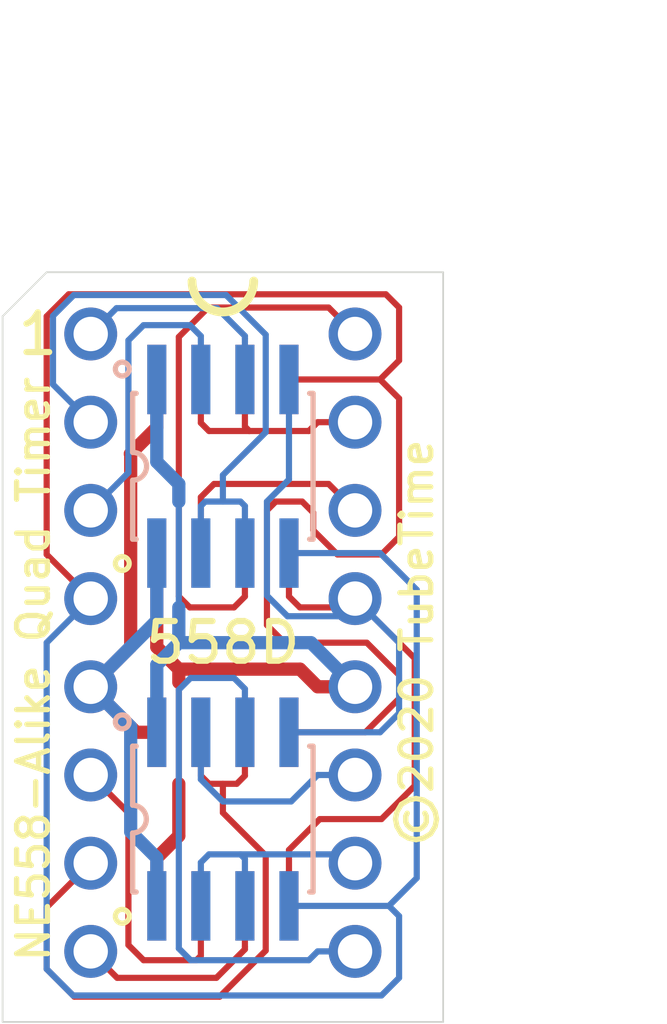
<source format=kicad_pcb>
(kicad_pcb (version 20171130) (host pcbnew "(5.1.0)-1")

  (general
    (thickness 1.6)
    (drawings 12)
    (tracks 189)
    (zones 0)
    (modules 20)
    (nets 17)
  )

  (page A4)
  (layers
    (0 F.Cu signal)
    (31 B.Cu signal)
    (32 B.Adhes user)
    (33 F.Adhes user)
    (34 B.Paste user)
    (35 F.Paste user)
    (36 B.SilkS user)
    (37 F.SilkS user)
    (38 B.Mask user)
    (39 F.Mask user)
    (40 Dwgs.User user)
    (41 Cmts.User user)
    (42 Eco1.User user)
    (43 Eco2.User user)
    (44 Edge.Cuts user)
    (45 Margin user)
    (46 B.CrtYd user hide)
    (47 F.CrtYd user hide)
    (48 B.Fab user hide)
    (49 F.Fab user hide)
  )

  (setup
    (last_trace_width 0.1778)
    (user_trace_width 0.381)
    (trace_clearance 0.2)
    (zone_clearance 0.508)
    (zone_45_only no)
    (trace_min 0.1778)
    (via_size 0.8)
    (via_drill 0.4)
    (via_min_size 0.4)
    (via_min_drill 0.3)
    (uvia_size 0.3)
    (uvia_drill 0.1)
    (uvias_allowed no)
    (uvia_min_size 0.2)
    (uvia_min_drill 0.1)
    (edge_width 0.05)
    (segment_width 0.2)
    (pcb_text_width 0.3)
    (pcb_text_size 1.5 1.5)
    (mod_edge_width 0.12)
    (mod_text_size 1 1)
    (mod_text_width 0.15)
    (pad_size 1.524 1.524)
    (pad_drill 0.762)
    (pad_to_mask_clearance 0.051)
    (solder_mask_min_width 0.1016)
    (aux_axis_origin 0 0)
    (visible_elements FFFFFF7F)
    (pcbplotparams
      (layerselection 0x010fc_ffffffff)
      (usegerberextensions false)
      (usegerberattributes false)
      (usegerberadvancedattributes false)
      (creategerberjobfile false)
      (excludeedgelayer true)
      (linewidth 0.100000)
      (plotframeref false)
      (viasonmask false)
      (mode 1)
      (useauxorigin false)
      (hpglpennumber 1)
      (hpglpenspeed 20)
      (hpglpendiameter 15.000000)
      (psnegative false)
      (psa4output false)
      (plotreference true)
      (plotvalue true)
      (plotinvisibletext false)
      (padsonsilk false)
      (subtractmaskfromsilk false)
      (outputformat 1)
      (mirror false)
      (drillshape 1)
      (scaleselection 1)
      (outputdirectory ""))
  )

  (net 0 "")
  (net 1 "Net-(J1-Pad1)")
  (net 2 "Net-(J2-Pad1)")
  (net 3 "Net-(J3-Pad1)")
  (net 4 "Net-(J4-Pad1)")
  (net 5 VCC)
  (net 6 "Net-(J6-Pad1)")
  (net 7 "Net-(J7-Pad1)")
  (net 8 "Net-(J8-Pad1)")
  (net 9 "Net-(J9-Pad1)")
  (net 10 "Net-(J10-Pad1)")
  (net 11 "Net-(J11-Pad1)")
  (net 12 GND)
  (net 13 "Net-(J13-Pad1)")
  (net 14 "Net-(J14-Pad1)")
  (net 15 "Net-(J15-Pad1)")
  (net 16 "Net-(J16-Pad1)")

  (net_class Default "This is the default net class."
    (clearance 0.2)
    (trace_width 0.1778)
    (via_dia 0.8)
    (via_drill 0.4)
    (uvia_dia 0.3)
    (uvia_drill 0.1)
    (add_net GND)
    (add_net "Net-(J1-Pad1)")
    (add_net "Net-(J10-Pad1)")
    (add_net "Net-(J11-Pad1)")
    (add_net "Net-(J13-Pad1)")
    (add_net "Net-(J14-Pad1)")
    (add_net "Net-(J15-Pad1)")
    (add_net "Net-(J16-Pad1)")
    (add_net "Net-(J2-Pad1)")
    (add_net "Net-(J3-Pad1)")
    (add_net "Net-(J4-Pad1)")
    (add_net "Net-(J6-Pad1)")
    (add_net "Net-(J7-Pad1)")
    (add_net "Net-(J8-Pad1)")
    (add_net "Net-(J9-Pad1)")
    (add_net VCC)
  )

  (module Active:SOP127P620X175-8 (layer F.Cu) (tedit 5FC2DAA4) (tstamp 5FC6669F)
    (at 143.51 67.31 90)
    (descr "8-Lead Plastic Small Outline (SN) - Narrow, 3.90 mm Body [SOIC] (see Microchip Packaging Specification 00000049BS.pdf)")
    (tags "SOIC 1.27")
    (path /5FC78526)
    (attr smd)
    (fp_text reference U4 (at 0 -3.5 90) (layer F.SilkS) hide
      (effects (font (size 1 1) (thickness 0.15)))
    )
    (fp_text value LM555 (at 0 3.5 90) (layer F.Fab)
      (effects (font (size 1 1) (thickness 0.15)))
    )
    (fp_line (start -2.1 2.6) (end 2.1 2.6) (layer F.SilkS) (width 0.15))
    (fp_line (start 0.4 -2.6) (end 2.1 -2.6) (layer F.SilkS) (width 0.15))
    (fp_line (start -2.1 2.6) (end -2.1 2.5) (layer F.SilkS) (width 0.15))
    (fp_line (start 2.1 2.6) (end 2.1 2.5) (layer F.SilkS) (width 0.15))
    (fp_line (start 2.1 -2.6) (end 2.1 -2.5) (layer F.SilkS) (width 0.15))
    (fp_line (start -2.1 -2.6) (end -2.1 -2.5) (layer F.SilkS) (width 0.15))
    (fp_line (start -3.73 2.7) (end 3.73 2.7) (layer F.CrtYd) (width 0.05))
    (fp_line (start -3.73 -2.7) (end 3.73 -2.7) (layer F.CrtYd) (width 0.05))
    (fp_line (start 3.73 -2.7) (end 3.73 2.7) (layer F.CrtYd) (width 0.05))
    (fp_line (start -3.73 -2.7) (end -3.73 2.7) (layer F.CrtYd) (width 0.05))
    (fp_line (start -1.95 -1.45) (end -0.95 -2.45) (layer F.Fab) (width 0.1))
    (fp_line (start -1.95 2.45) (end -1.95 -1.45) (layer F.Fab) (width 0.1))
    (fp_line (start 1.95 2.45) (end -1.95 2.45) (layer F.Fab) (width 0.1))
    (fp_line (start 1.95 -2.45) (end 1.95 2.45) (layer F.Fab) (width 0.1))
    (fp_line (start -0.95 -2.45) (end 1.95 -2.45) (layer F.Fab) (width 0.1))
    (fp_text user %R (at 0 0 90) (layer F.Fab)
      (effects (font (size 1 1) (thickness 0.15)))
    )
    (fp_arc (start 0 -2.6) (end 0.4 -2.6) (angle 180) (layer F.SilkS) (width 0.15))
    (fp_line (start -0.4 -2.6) (end -2.1 -2.6) (layer F.SilkS) (width 0.15))
    (fp_circle (center -2.8 -2.9) (end -2.8 -2.7) (layer F.SilkS) (width 0.15))
    (pad 8 smd rect (at 2.5 -1.905 90) (size 2 0.55) (layers F.Cu F.Paste F.Mask)
      (net 5 VCC))
    (pad 7 smd rect (at 2.5 -0.635 90) (size 2 0.55) (layers F.Cu F.Paste F.Mask)
      (net 15 "Net-(J15-Pad1)"))
    (pad 6 smd rect (at 2.5 0.635 90) (size 2 0.55) (layers F.Cu F.Paste F.Mask)
      (net 15 "Net-(J15-Pad1)"))
    (pad 5 smd rect (at 2.5 1.905 90) (size 2 0.55) (layers F.Cu F.Paste F.Mask)
      (net 4 "Net-(J4-Pad1)"))
    (pad 4 smd rect (at -2.5 1.905 90) (size 2 0.55) (layers F.Cu F.Paste F.Mask)
      (net 13 "Net-(J13-Pad1)"))
    (pad 3 smd rect (at -2.5 0.635 90) (size 2 0.55) (layers F.Cu F.Paste F.Mask)
      (net 16 "Net-(J16-Pad1)"))
    (pad 2 smd rect (at -2.5 -0.635 90) (size 2 0.55) (layers F.Cu F.Paste F.Mask)
      (net 14 "Net-(J14-Pad1)"))
    (pad 1 smd rect (at -2.5 -1.905 90) (size 2 0.55) (layers F.Cu F.Paste F.Mask)
      (net 12 GND))
    (model Housings_SOIC.3dshapes/SOIC-8_3.9x4.9mm_Pitch1.27mm.wrl
      (at (xyz 0 0 0))
      (scale (xyz 1 1 1))
      (rotate (xyz 0 0 0))
    )
    (model ${KISYS3DMOD}/Package_SO.3dshapes/SOIC-8_3.9x4.9mm_P1.27mm.step
      (at (xyz 0 0 0))
      (scale (xyz 1 1 1))
      (rotate (xyz 0 0 0))
    )
  )

  (module Active:SOP127P620X175-8 (layer B.Cu) (tedit 5FC2DAA4) (tstamp 5FC67622)
    (at 143.51 77.47 270)
    (descr "8-Lead Plastic Small Outline (SN) - Narrow, 3.90 mm Body [SOIC] (see Microchip Packaging Specification 00000049BS.pdf)")
    (tags "SOIC 1.27")
    (path /5FC77949)
    (attr smd)
    (fp_text reference U3 (at 0 3.5 270) (layer B.SilkS) hide
      (effects (font (size 1 1) (thickness 0.15)) (justify mirror))
    )
    (fp_text value LM555 (at 0 -3.5 270) (layer B.Fab)
      (effects (font (size 1 1) (thickness 0.15)) (justify mirror))
    )
    (fp_line (start -2.1 -2.6) (end 2.1 -2.6) (layer B.SilkS) (width 0.15))
    (fp_line (start 0.4 2.6) (end 2.1 2.6) (layer B.SilkS) (width 0.15))
    (fp_line (start -2.1 -2.6) (end -2.1 -2.5) (layer B.SilkS) (width 0.15))
    (fp_line (start 2.1 -2.6) (end 2.1 -2.5) (layer B.SilkS) (width 0.15))
    (fp_line (start 2.1 2.6) (end 2.1 2.5) (layer B.SilkS) (width 0.15))
    (fp_line (start -2.1 2.6) (end -2.1 2.5) (layer B.SilkS) (width 0.15))
    (fp_line (start -3.73 -2.7) (end 3.73 -2.7) (layer B.CrtYd) (width 0.05))
    (fp_line (start -3.73 2.7) (end 3.73 2.7) (layer B.CrtYd) (width 0.05))
    (fp_line (start 3.73 2.7) (end 3.73 -2.7) (layer B.CrtYd) (width 0.05))
    (fp_line (start -3.73 2.7) (end -3.73 -2.7) (layer B.CrtYd) (width 0.05))
    (fp_line (start -1.95 1.45) (end -0.95 2.45) (layer B.Fab) (width 0.1))
    (fp_line (start -1.95 -2.45) (end -1.95 1.45) (layer B.Fab) (width 0.1))
    (fp_line (start 1.95 -2.45) (end -1.95 -2.45) (layer B.Fab) (width 0.1))
    (fp_line (start 1.95 2.45) (end 1.95 -2.45) (layer B.Fab) (width 0.1))
    (fp_line (start -0.95 2.45) (end 1.95 2.45) (layer B.Fab) (width 0.1))
    (fp_text user %R (at 0 0 270) (layer B.Fab)
      (effects (font (size 1 1) (thickness 0.15)) (justify mirror))
    )
    (fp_arc (start 0 2.6) (end 0.4 2.6) (angle -180) (layer B.SilkS) (width 0.15))
    (fp_line (start -0.4 2.6) (end -2.1 2.6) (layer B.SilkS) (width 0.15))
    (fp_circle (center -2.8 2.9) (end -2.8 2.7) (layer B.SilkS) (width 0.15))
    (pad 8 smd rect (at 2.5 1.905 270) (size 2 0.55) (layers B.Cu B.Paste B.Mask)
      (net 5 VCC))
    (pad 7 smd rect (at 2.5 0.635 270) (size 2 0.55) (layers B.Cu B.Paste B.Mask)
      (net 10 "Net-(J10-Pad1)"))
    (pad 6 smd rect (at 2.5 -0.635 270) (size 2 0.55) (layers B.Cu B.Paste B.Mask)
      (net 10 "Net-(J10-Pad1)"))
    (pad 5 smd rect (at 2.5 -1.905 270) (size 2 0.55) (layers B.Cu B.Paste B.Mask)
      (net 4 "Net-(J4-Pad1)"))
    (pad 4 smd rect (at -2.5 -1.905 270) (size 2 0.55) (layers B.Cu B.Paste B.Mask)
      (net 13 "Net-(J13-Pad1)"))
    (pad 3 smd rect (at -2.5 -0.635 270) (size 2 0.55) (layers B.Cu B.Paste B.Mask)
      (net 9 "Net-(J9-Pad1)"))
    (pad 2 smd rect (at -2.5 0.635 270) (size 2 0.55) (layers B.Cu B.Paste B.Mask)
      (net 11 "Net-(J11-Pad1)"))
    (pad 1 smd rect (at -2.5 1.905 270) (size 2 0.55) (layers B.Cu B.Paste B.Mask)
      (net 12 GND))
    (model Housings_SOIC.3dshapes/SOIC-8_3.9x4.9mm_Pitch1.27mm.wrl
      (at (xyz 0 0 0))
      (scale (xyz 1 1 1))
      (rotate (xyz 0 0 0))
    )
    (model ${KISYS3DMOD}/Package_SO.3dshapes/SOIC-8_3.9x4.9mm_P1.27mm.step
      (at (xyz 0 0 0))
      (scale (xyz 1 1 1))
      (rotate (xyz 0 0 0))
    )
  )

  (module Active:SOP127P620X175-8 (layer F.Cu) (tedit 5FC2DAA4) (tstamp 5FC6754F)
    (at 143.51 77.47 90)
    (descr "8-Lead Plastic Small Outline (SN) - Narrow, 3.90 mm Body [SOIC] (see Microchip Packaging Specification 00000049BS.pdf)")
    (tags "SOIC 1.27")
    (path /5FC76E60)
    (attr smd)
    (fp_text reference U2 (at 0 -3.5 90) (layer F.SilkS) hide
      (effects (font (size 1 1) (thickness 0.15)))
    )
    (fp_text value LM555 (at 0 3.5 90) (layer F.Fab)
      (effects (font (size 1 1) (thickness 0.15)))
    )
    (fp_line (start -2.1 2.6) (end 2.1 2.6) (layer F.SilkS) (width 0.15))
    (fp_line (start 0.4 -2.6) (end 2.1 -2.6) (layer F.SilkS) (width 0.15))
    (fp_line (start -2.1 2.6) (end -2.1 2.5) (layer F.SilkS) (width 0.15))
    (fp_line (start 2.1 2.6) (end 2.1 2.5) (layer F.SilkS) (width 0.15))
    (fp_line (start 2.1 -2.6) (end 2.1 -2.5) (layer F.SilkS) (width 0.15))
    (fp_line (start -2.1 -2.6) (end -2.1 -2.5) (layer F.SilkS) (width 0.15))
    (fp_line (start -3.73 2.7) (end 3.73 2.7) (layer F.CrtYd) (width 0.05))
    (fp_line (start -3.73 -2.7) (end 3.73 -2.7) (layer F.CrtYd) (width 0.05))
    (fp_line (start 3.73 -2.7) (end 3.73 2.7) (layer F.CrtYd) (width 0.05))
    (fp_line (start -3.73 -2.7) (end -3.73 2.7) (layer F.CrtYd) (width 0.05))
    (fp_line (start -1.95 -1.45) (end -0.95 -2.45) (layer F.Fab) (width 0.1))
    (fp_line (start -1.95 2.45) (end -1.95 -1.45) (layer F.Fab) (width 0.1))
    (fp_line (start 1.95 2.45) (end -1.95 2.45) (layer F.Fab) (width 0.1))
    (fp_line (start 1.95 -2.45) (end 1.95 2.45) (layer F.Fab) (width 0.1))
    (fp_line (start -0.95 -2.45) (end 1.95 -2.45) (layer F.Fab) (width 0.1))
    (fp_text user %R (at 0 0 90) (layer F.Fab)
      (effects (font (size 1 1) (thickness 0.15)))
    )
    (fp_arc (start 0 -2.6) (end 0.4 -2.6) (angle 180) (layer F.SilkS) (width 0.15))
    (fp_line (start -0.4 -2.6) (end -2.1 -2.6) (layer F.SilkS) (width 0.15))
    (fp_circle (center -2.8 -2.9) (end -2.8 -2.7) (layer F.SilkS) (width 0.15))
    (pad 8 smd rect (at 2.5 -1.905 90) (size 2 0.55) (layers F.Cu F.Paste F.Mask)
      (net 5 VCC))
    (pad 7 smd rect (at 2.5 -0.635 90) (size 2 0.55) (layers F.Cu F.Paste F.Mask)
      (net 7 "Net-(J7-Pad1)"))
    (pad 6 smd rect (at 2.5 0.635 90) (size 2 0.55) (layers F.Cu F.Paste F.Mask)
      (net 7 "Net-(J7-Pad1)"))
    (pad 5 smd rect (at 2.5 1.905 90) (size 2 0.55) (layers F.Cu F.Paste F.Mask)
      (net 4 "Net-(J4-Pad1)"))
    (pad 4 smd rect (at -2.5 1.905 90) (size 2 0.55) (layers F.Cu F.Paste F.Mask)
      (net 13 "Net-(J13-Pad1)"))
    (pad 3 smd rect (at -2.5 0.635 90) (size 2 0.55) (layers F.Cu F.Paste F.Mask)
      (net 8 "Net-(J8-Pad1)"))
    (pad 2 smd rect (at -2.5 -0.635 90) (size 2 0.55) (layers F.Cu F.Paste F.Mask)
      (net 6 "Net-(J6-Pad1)"))
    (pad 1 smd rect (at -2.5 -1.905 90) (size 2 0.55) (layers F.Cu F.Paste F.Mask)
      (net 12 GND))
    (model Housings_SOIC.3dshapes/SOIC-8_3.9x4.9mm_Pitch1.27mm.wrl
      (at (xyz 0 0 0))
      (scale (xyz 1 1 1))
      (rotate (xyz 0 0 0))
    )
    (model ${KISYS3DMOD}/Package_SO.3dshapes/SOIC-8_3.9x4.9mm_P1.27mm.step
      (at (xyz 0 0 0))
      (scale (xyz 1 1 1))
      (rotate (xyz 0 0 0))
    )
  )

  (module Active:SOP127P620X175-8 (layer B.Cu) (tedit 5FC2DAA4) (tstamp 5FC66642)
    (at 143.51 67.31 270)
    (descr "8-Lead Plastic Small Outline (SN) - Narrow, 3.90 mm Body [SOIC] (see Microchip Packaging Specification 00000049BS.pdf)")
    (tags "SOIC 1.27")
    (path /5FC6C1C6)
    (attr smd)
    (fp_text reference U1 (at 0 3.5 270) (layer B.SilkS) hide
      (effects (font (size 1 1) (thickness 0.15)) (justify mirror))
    )
    (fp_text value LM555 (at 0 -3.5 270) (layer B.Fab)
      (effects (font (size 1 1) (thickness 0.15)) (justify mirror))
    )
    (fp_line (start -2.1 -2.6) (end 2.1 -2.6) (layer B.SilkS) (width 0.15))
    (fp_line (start 0.4 2.6) (end 2.1 2.6) (layer B.SilkS) (width 0.15))
    (fp_line (start -2.1 -2.6) (end -2.1 -2.5) (layer B.SilkS) (width 0.15))
    (fp_line (start 2.1 -2.6) (end 2.1 -2.5) (layer B.SilkS) (width 0.15))
    (fp_line (start 2.1 2.6) (end 2.1 2.5) (layer B.SilkS) (width 0.15))
    (fp_line (start -2.1 2.6) (end -2.1 2.5) (layer B.SilkS) (width 0.15))
    (fp_line (start -3.73 -2.7) (end 3.73 -2.7) (layer B.CrtYd) (width 0.05))
    (fp_line (start -3.73 2.7) (end 3.73 2.7) (layer B.CrtYd) (width 0.05))
    (fp_line (start 3.73 2.7) (end 3.73 -2.7) (layer B.CrtYd) (width 0.05))
    (fp_line (start -3.73 2.7) (end -3.73 -2.7) (layer B.CrtYd) (width 0.05))
    (fp_line (start -1.95 1.45) (end -0.95 2.45) (layer B.Fab) (width 0.1))
    (fp_line (start -1.95 -2.45) (end -1.95 1.45) (layer B.Fab) (width 0.1))
    (fp_line (start 1.95 -2.45) (end -1.95 -2.45) (layer B.Fab) (width 0.1))
    (fp_line (start 1.95 2.45) (end 1.95 -2.45) (layer B.Fab) (width 0.1))
    (fp_line (start -0.95 2.45) (end 1.95 2.45) (layer B.Fab) (width 0.1))
    (fp_text user %R (at 0 0 270) (layer B.Fab)
      (effects (font (size 1 1) (thickness 0.15)) (justify mirror))
    )
    (fp_arc (start 0 2.6) (end 0.4 2.6) (angle -180) (layer B.SilkS) (width 0.15))
    (fp_line (start -0.4 2.6) (end -2.1 2.6) (layer B.SilkS) (width 0.15))
    (fp_circle (center -2.8 2.9) (end -2.8 2.7) (layer B.SilkS) (width 0.15))
    (pad 8 smd rect (at 2.5 1.905 270) (size 2 0.55) (layers B.Cu B.Paste B.Mask)
      (net 5 VCC))
    (pad 7 smd rect (at 2.5 0.635 270) (size 2 0.55) (layers B.Cu B.Paste B.Mask)
      (net 2 "Net-(J2-Pad1)"))
    (pad 6 smd rect (at 2.5 -0.635 270) (size 2 0.55) (layers B.Cu B.Paste B.Mask)
      (net 2 "Net-(J2-Pad1)"))
    (pad 5 smd rect (at 2.5 -1.905 270) (size 2 0.55) (layers B.Cu B.Paste B.Mask)
      (net 4 "Net-(J4-Pad1)"))
    (pad 4 smd rect (at -2.5 -1.905 270) (size 2 0.55) (layers B.Cu B.Paste B.Mask)
      (net 13 "Net-(J13-Pad1)"))
    (pad 3 smd rect (at -2.5 -0.635 270) (size 2 0.55) (layers B.Cu B.Paste B.Mask)
      (net 1 "Net-(J1-Pad1)"))
    (pad 2 smd rect (at -2.5 0.635 270) (size 2 0.55) (layers B.Cu B.Paste B.Mask)
      (net 3 "Net-(J3-Pad1)"))
    (pad 1 smd rect (at -2.5 1.905 270) (size 2 0.55) (layers B.Cu B.Paste B.Mask)
      (net 12 GND))
    (model Housings_SOIC.3dshapes/SOIC-8_3.9x4.9mm_Pitch1.27mm.wrl
      (at (xyz 0 0 0))
      (scale (xyz 1 1 1))
      (rotate (xyz 0 0 0))
    )
    (model ${KISYS3DMOD}/Package_SO.3dshapes/SOIC-8_3.9x4.9mm_P1.27mm.step
      (at (xyz 0 0 0))
      (scale (xyz 1 1 1))
      (rotate (xyz 0 0 0))
    )
  )

  (module Conn:MILL-MAX_0542-0-00-15-00-00-03-0 (layer F.Cu) (tedit 5EEE6BC7) (tstamp 5FC66623)
    (at 147.32 63.5)
    (path /5FC6AF7E)
    (fp_text reference J16 (at 0 -1.524) (layer F.SilkS) hide
      (effects (font (size 1 1) (thickness 0.15)))
    )
    (fp_text value OUTD (at 0 1.778) (layer F.Fab)
      (effects (font (size 1 1) (thickness 0.15)))
    )
    (pad 1 thru_hole circle (at 0 0) (size 1.524 1.524) (drill 0.9906) (layers *.Cu *.Mask)
      (net 16 "Net-(J16-Pad1)"))
    (model :3d:mill_max-0542-0-00-15-00-00-03-0.STEP
      (offset (xyz 0 0 0.35))
      (scale (xyz 1 1 1))
      (rotate (xyz -90 0 0))
    )
  )

  (module Conn:MILL-MAX_0542-0-00-15-00-00-03-0 (layer F.Cu) (tedit 5EEE6BC7) (tstamp 5FC6661E)
    (at 147.32 66.04)
    (path /5FC6AB87)
    (fp_text reference J15 (at 0 -1.524) (layer F.SilkS) hide
      (effects (font (size 1 1) (thickness 0.15)))
    )
    (fp_text value TIMD (at 0 1.778) (layer F.Fab)
      (effects (font (size 1 1) (thickness 0.15)))
    )
    (pad 1 thru_hole circle (at 0 0) (size 1.524 1.524) (drill 0.9906) (layers *.Cu *.Mask)
      (net 15 "Net-(J15-Pad1)"))
    (model :3d:mill_max-0542-0-00-15-00-00-03-0.STEP
      (offset (xyz 0 0 0.35))
      (scale (xyz 1 1 1))
      (rotate (xyz -90 0 0))
    )
  )

  (module Conn:MILL-MAX_0542-0-00-15-00-00-03-0 (layer F.Cu) (tedit 5EEE6BC7) (tstamp 5FC66619)
    (at 147.32 68.58)
    (path /5FC6A932)
    (fp_text reference J14 (at 0 -1.524) (layer F.SilkS) hide
      (effects (font (size 1 1) (thickness 0.15)))
    )
    (fp_text value TRIGD (at 0 1.778) (layer F.Fab)
      (effects (font (size 1 1) (thickness 0.15)))
    )
    (pad 1 thru_hole circle (at 0 0) (size 1.524 1.524) (drill 0.9906) (layers *.Cu *.Mask)
      (net 14 "Net-(J14-Pad1)"))
    (model :3d:mill_max-0542-0-00-15-00-00-03-0.STEP
      (offset (xyz 0 0 0.35))
      (scale (xyz 1 1 1))
      (rotate (xyz -90 0 0))
    )
  )

  (module Conn:MILL-MAX_0542-0-00-15-00-00-03-0 (layer F.Cu) (tedit 5EEE6BC7) (tstamp 5FC66614)
    (at 147.32 71.12)
    (path /5FC6A5BF)
    (fp_text reference J13 (at 0 -1.524) (layer F.SilkS) hide
      (effects (font (size 1 1) (thickness 0.15)))
    )
    (fp_text value RESET (at 0 1.778) (layer F.Fab)
      (effects (font (size 1 1) (thickness 0.15)))
    )
    (pad 1 thru_hole circle (at 0 0) (size 1.524 1.524) (drill 0.9906) (layers *.Cu *.Mask)
      (net 13 "Net-(J13-Pad1)"))
    (model :3d:mill_max-0542-0-00-15-00-00-03-0.STEP
      (offset (xyz 0 0 0.35))
      (scale (xyz 1 1 1))
      (rotate (xyz -90 0 0))
    )
  )

  (module Conn:MILL-MAX_0542-0-00-15-00-00-03-0 (layer F.Cu) (tedit 5EEE6BC7) (tstamp 5FC6660F)
    (at 147.32 73.66)
    (path /5FC6A23E)
    (fp_text reference J12 (at 0 -1.524) (layer F.SilkS) hide
      (effects (font (size 1 1) (thickness 0.15)))
    )
    (fp_text value GND (at 0 1.778) (layer F.Fab)
      (effects (font (size 1 1) (thickness 0.15)))
    )
    (pad 1 thru_hole circle (at 0 0) (size 1.524 1.524) (drill 0.9906) (layers *.Cu *.Mask)
      (net 12 GND))
    (model :3d:mill_max-0542-0-00-15-00-00-03-0.STEP
      (offset (xyz 0 0 0.35))
      (scale (xyz 1 1 1))
      (rotate (xyz -90 0 0))
    )
  )

  (module Conn:MILL-MAX_0542-0-00-15-00-00-03-0 (layer F.Cu) (tedit 5EEE6BC7) (tstamp 5FC6660A)
    (at 147.32 76.2)
    (path /5FC69F09)
    (fp_text reference J11 (at 0 -1.524) (layer F.SilkS) hide
      (effects (font (size 1 1) (thickness 0.15)))
    )
    (fp_text value TRIGC (at 0 1.778) (layer F.Fab)
      (effects (font (size 1 1) (thickness 0.15)))
    )
    (pad 1 thru_hole circle (at 0 0) (size 1.524 1.524) (drill 0.9906) (layers *.Cu *.Mask)
      (net 11 "Net-(J11-Pad1)"))
    (model :3d:mill_max-0542-0-00-15-00-00-03-0.STEP
      (offset (xyz 0 0 0.35))
      (scale (xyz 1 1 1))
      (rotate (xyz -90 0 0))
    )
  )

  (module Conn:MILL-MAX_0542-0-00-15-00-00-03-0 (layer F.Cu) (tedit 5EEE6BC7) (tstamp 5FC66605)
    (at 147.32 78.74)
    (path /5FC69A41)
    (fp_text reference J10 (at 0 -1.524) (layer F.SilkS) hide
      (effects (font (size 1 1) (thickness 0.15)))
    )
    (fp_text value TIMC (at 0 1.778) (layer F.Fab)
      (effects (font (size 1 1) (thickness 0.15)))
    )
    (pad 1 thru_hole circle (at 0 0) (size 1.524 1.524) (drill 0.9906) (layers *.Cu *.Mask)
      (net 10 "Net-(J10-Pad1)"))
    (model :3d:mill_max-0542-0-00-15-00-00-03-0.STEP
      (offset (xyz 0 0 0.35))
      (scale (xyz 1 1 1))
      (rotate (xyz -90 0 0))
    )
  )

  (module Conn:MILL-MAX_0542-0-00-15-00-00-03-0 (layer F.Cu) (tedit 5EEE6BC7) (tstamp 5FC66600)
    (at 147.32 81.28)
    (path /5FC68A66)
    (fp_text reference J9 (at 0 -1.524) (layer F.SilkS) hide
      (effects (font (size 1 1) (thickness 0.15)))
    )
    (fp_text value OUTC (at 0 1.778) (layer F.Fab)
      (effects (font (size 1 1) (thickness 0.15)))
    )
    (pad 1 thru_hole circle (at 0 0) (size 1.524 1.524) (drill 0.9906) (layers *.Cu *.Mask)
      (net 9 "Net-(J9-Pad1)"))
    (model :3d:mill_max-0542-0-00-15-00-00-03-0.STEP
      (offset (xyz 0 0 0.35))
      (scale (xyz 1 1 1))
      (rotate (xyz -90 0 0))
    )
  )

  (module Conn:MILL-MAX_0542-0-00-15-00-00-03-0 (layer F.Cu) (tedit 5EEE6BC7) (tstamp 5FC665FB)
    (at 139.7 81.28)
    (path /5FC686BE)
    (fp_text reference J8 (at 0 -1.524) (layer F.SilkS) hide
      (effects (font (size 1 1) (thickness 0.15)))
    )
    (fp_text value OUTB (at 0 1.778) (layer F.Fab)
      (effects (font (size 1 1) (thickness 0.15)))
    )
    (pad 1 thru_hole circle (at 0 0) (size 1.524 1.524) (drill 0.9906) (layers *.Cu *.Mask)
      (net 8 "Net-(J8-Pad1)"))
    (model :3d:mill_max-0542-0-00-15-00-00-03-0.STEP
      (offset (xyz 0 0 0.35))
      (scale (xyz 1 1 1))
      (rotate (xyz -90 0 0))
    )
  )

  (module Conn:MILL-MAX_0542-0-00-15-00-00-03-0 (layer F.Cu) (tedit 5EEE6BC7) (tstamp 5FC665F6)
    (at 139.7 78.74)
    (path /5FC6833F)
    (fp_text reference J7 (at 0 -1.524) (layer F.SilkS) hide
      (effects (font (size 1 1) (thickness 0.15)))
    )
    (fp_text value TIMB (at 0 1.778) (layer F.Fab)
      (effects (font (size 1 1) (thickness 0.15)))
    )
    (pad 1 thru_hole circle (at 0 0) (size 1.524 1.524) (drill 0.9906) (layers *.Cu *.Mask)
      (net 7 "Net-(J7-Pad1)"))
    (model :3d:mill_max-0542-0-00-15-00-00-03-0.STEP
      (offset (xyz 0 0 0.35))
      (scale (xyz 1 1 1))
      (rotate (xyz -90 0 0))
    )
  )

  (module Conn:MILL-MAX_0542-0-00-15-00-00-03-0 (layer F.Cu) (tedit 5EEE6BC7) (tstamp 5FC665F1)
    (at 139.7 76.2)
    (path /5FC67E30)
    (fp_text reference J6 (at 0 -1.524) (layer F.SilkS) hide
      (effects (font (size 1 1) (thickness 0.15)))
    )
    (fp_text value TRIGB (at 0 1.778) (layer F.Fab)
      (effects (font (size 1 1) (thickness 0.15)))
    )
    (pad 1 thru_hole circle (at 0 0) (size 1.524 1.524) (drill 0.9906) (layers *.Cu *.Mask)
      (net 6 "Net-(J6-Pad1)"))
    (model :3d:mill_max-0542-0-00-15-00-00-03-0.STEP
      (offset (xyz 0 0 0.35))
      (scale (xyz 1 1 1))
      (rotate (xyz -90 0 0))
    )
  )

  (module Conn:MILL-MAX_0542-0-00-15-00-00-03-0 (layer F.Cu) (tedit 5EEE6BC7) (tstamp 5FC665EC)
    (at 139.7 73.66)
    (path /5FC67A51)
    (fp_text reference J5 (at 0 -1.524) (layer F.SilkS) hide
      (effects (font (size 1 1) (thickness 0.15)))
    )
    (fp_text value VCC (at 0 1.778) (layer F.Fab)
      (effects (font (size 1 1) (thickness 0.15)))
    )
    (pad 1 thru_hole circle (at 0 0) (size 1.524 1.524) (drill 0.9906) (layers *.Cu *.Mask)
      (net 5 VCC))
    (model :3d:mill_max-0542-0-00-15-00-00-03-0.STEP
      (offset (xyz 0 0 0.35))
      (scale (xyz 1 1 1))
      (rotate (xyz -90 0 0))
    )
  )

  (module Conn:MILL-MAX_0542-0-00-15-00-00-03-0 (layer F.Cu) (tedit 5EEE6BC7) (tstamp 5FC665E7)
    (at 139.7 71.12)
    (path /5FC6757A)
    (fp_text reference J4 (at 0 -1.524) (layer F.SilkS) hide
      (effects (font (size 1 1) (thickness 0.15)))
    )
    (fp_text value CV (at 0 1.778) (layer F.Fab)
      (effects (font (size 1 1) (thickness 0.15)))
    )
    (pad 1 thru_hole circle (at 0 0) (size 1.524 1.524) (drill 0.9906) (layers *.Cu *.Mask)
      (net 4 "Net-(J4-Pad1)"))
    (model :3d:mill_max-0542-0-00-15-00-00-03-0.STEP
      (offset (xyz 0 0 0.35))
      (scale (xyz 1 1 1))
      (rotate (xyz -90 0 0))
    )
  )

  (module Conn:MILL-MAX_0542-0-00-15-00-00-03-0 (layer F.Cu) (tedit 5EEE6BC7) (tstamp 5FC665E2)
    (at 139.7 68.58)
    (path /5FC67219)
    (fp_text reference J3 (at 0 -1.524) (layer F.SilkS) hide
      (effects (font (size 1 1) (thickness 0.15)))
    )
    (fp_text value TRIGA (at 0 1.778) (layer F.Fab)
      (effects (font (size 1 1) (thickness 0.15)))
    )
    (pad 1 thru_hole circle (at 0 0) (size 1.524 1.524) (drill 0.9906) (layers *.Cu *.Mask)
      (net 3 "Net-(J3-Pad1)"))
    (model :3d:mill_max-0542-0-00-15-00-00-03-0.STEP
      (offset (xyz 0 0 0.35))
      (scale (xyz 1 1 1))
      (rotate (xyz -90 0 0))
    )
  )

  (module Conn:MILL-MAX_0542-0-00-15-00-00-03-0 (layer F.Cu) (tedit 5EEE6BC7) (tstamp 5FC665DD)
    (at 139.7 66.04)
    (path /5FC66E38)
    (fp_text reference J2 (at 0 -1.524) (layer F.SilkS) hide
      (effects (font (size 1 1) (thickness 0.15)))
    )
    (fp_text value TIMA (at 0 1.778) (layer F.Fab)
      (effects (font (size 1 1) (thickness 0.15)))
    )
    (pad 1 thru_hole circle (at 0 0) (size 1.524 1.524) (drill 0.9906) (layers *.Cu *.Mask)
      (net 2 "Net-(J2-Pad1)"))
    (model :3d:mill_max-0542-0-00-15-00-00-03-0.STEP
      (offset (xyz 0 0 0.35))
      (scale (xyz 1 1 1))
      (rotate (xyz -90 0 0))
    )
  )

  (module Conn:MILL-MAX_0542-0-00-15-00-00-03-0 (layer F.Cu) (tedit 5EEE6BC7) (tstamp 5FC665D8)
    (at 139.7 63.5)
    (path /5FC65FAE)
    (fp_text reference J1 (at 0 -1.524) (layer F.SilkS) hide
      (effects (font (size 1 1) (thickness 0.15)))
    )
    (fp_text value OUTA (at 0 1.778) (layer F.Fab)
      (effects (font (size 1 1) (thickness 0.15)))
    )
    (pad 1 thru_hole circle (at 0 0) (size 1.524 1.524) (drill 0.9906) (layers *.Cu *.Mask)
      (net 1 "Net-(J1-Pad1)"))
    (model :3d:mill_max-0542-0-00-15-00-00-03-0.STEP
      (offset (xyz 0 0 0.35))
      (scale (xyz 1 1 1))
      (rotate (xyz -90 0 0))
    )
  )

  (gr_arc (start 143.51 61.976) (end 142.621 61.976) (angle -180) (layer F.SilkS) (width 0.254))
  (gr_text "NE558-Alike Quad Timer" (at 138.049 73.152 90) (layer F.SilkS) (tstamp 5FC6892F)
    (effects (font (size 0.889 0.889) (thickness 0.1524)))
  )
  (gr_text "©2020 TubeTime" (at 149.098 72.39 90) (layer F.SilkS) (tstamp 5FC68907)
    (effects (font (size 0.889 0.889) (thickness 0.1524)))
  )
  (dimension 21.59 (width 0.15) (layer Dwgs.User)
    (gr_text "0.8500 in" (at 154.97 72.517 270) (layer Dwgs.User)
      (effects (font (size 1 1) (thickness 0.15)))
    )
    (feature1 (pts (xy 151.13 83.312) (xy 154.256421 83.312)))
    (feature2 (pts (xy 151.13 61.722) (xy 154.256421 61.722)))
    (crossbar (pts (xy 153.67 61.722) (xy 153.67 83.312)))
    (arrow1a (pts (xy 153.67 83.312) (xy 153.083579 82.185496)))
    (arrow1b (pts (xy 153.67 83.312) (xy 154.256421 82.185496)))
    (arrow2a (pts (xy 153.67 61.722) (xy 153.083579 62.848504)))
    (arrow2b (pts (xy 153.67 61.722) (xy 154.256421 62.848504)))
  )
  (dimension 12.7 (width 0.15) (layer Dwgs.User)
    (gr_text "0.5000 in" (at 143.51 54.58) (layer Dwgs.User)
      (effects (font (size 1 1) (thickness 0.15)))
    )
    (feature1 (pts (xy 149.86 59.69) (xy 149.86 55.293579)))
    (feature2 (pts (xy 137.16 59.69) (xy 137.16 55.293579)))
    (crossbar (pts (xy 137.16 55.88) (xy 149.86 55.88)))
    (arrow1a (pts (xy 149.86 55.88) (xy 148.733496 56.466421)))
    (arrow1b (pts (xy 149.86 55.88) (xy 148.733496 55.293579)))
    (arrow2a (pts (xy 137.16 55.88) (xy 138.286504 56.466421)))
    (arrow2b (pts (xy 137.16 55.88) (xy 138.286504 55.293579)))
  )
  (gr_text 1 (at 138.176 63.5) (layer F.SilkS) (tstamp 5FC67B02)
    (effects (font (size 1.143 1.143) (thickness 0.1778)))
  )
  (gr_text 558D (at 143.51 72.39) (layer F.SilkS)
    (effects (font (size 1.143 1.143) (thickness 0.1778)))
  )
  (gr_line (start 138.43 61.722) (end 137.16 62.992) (layer Edge.Cuts) (width 0.05) (tstamp 5FC679FA))
  (gr_line (start 149.86 83.312) (end 149.86 61.722) (layer Edge.Cuts) (width 0.05) (tstamp 5FC679F3))
  (gr_line (start 137.16 83.312) (end 149.86 83.312) (layer Edge.Cuts) (width 0.05))
  (gr_line (start 137.16 62.992) (end 137.16 83.312) (layer Edge.Cuts) (width 0.05))
  (gr_line (start 149.86 61.722) (end 138.43 61.722) (layer Edge.Cuts) (width 0.05))

  (segment (start 144.145 63.557178) (end 144.145 63.6322) (width 0.1778) (layer B.Cu) (net 1))
  (segment (start 144.145 63.6322) (end 144.145 64.81) (width 0.1778) (layer B.Cu) (net 1))
  (segment (start 143.343752 62.75593) (end 144.145 63.557178) (width 0.1778) (layer B.Cu) (net 1))
  (segment (start 140.44407 62.75593) (end 143.343752 62.75593) (width 0.1778) (layer B.Cu) (net 1))
  (segment (start 139.7 63.5) (end 140.44407 62.75593) (width 0.1778) (layer B.Cu) (net 1))
  (segment (start 142.875 68.56) (end 142.875 69.81) (width 0.1778) (layer B.Cu) (net 2))
  (segment (start 144.145 69.81) (end 144.145 68.453) (width 0.1778) (layer B.Cu) (net 2))
  (segment (start 142.875 68.56) (end 142.875 68.453) (width 0.1778) (layer B.Cu) (net 2))
  (segment (start 142.875 68.453) (end 143.002 68.326) (width 0.1778) (layer B.Cu) (net 2))
  (segment (start 144.145 68.453) (end 144.018 68.326) (width 0.1778) (layer B.Cu) (net 2))
  (segment (start 143.51 68.326) (end 143.002 68.326) (width 0.1778) (layer B.Cu) (net 2))
  (segment (start 144.018 68.326) (end 143.51 68.326) (width 0.1778) (layer B.Cu) (net 2))
  (segment (start 143.51 67.564) (end 143.51 68.326) (width 0.1778) (layer B.Cu) (net 2))
  (segment (start 144.745001 66.328999) (end 143.51 67.564) (width 0.1778) (layer B.Cu) (net 2))
  (segment (start 144.745001 63.520769) (end 144.745001 66.328999) (width 0.1778) (layer B.Cu) (net 2))
  (segment (start 143.602351 62.378119) (end 144.745001 63.520769) (width 0.1778) (layer B.Cu) (net 2))
  (segment (start 138.612999 62.978239) (end 139.213119 62.378119) (width 0.1778) (layer B.Cu) (net 2))
  (segment (start 138.612999 64.952999) (end 138.612999 62.978239) (width 0.1778) (layer B.Cu) (net 2))
  (segment (start 139.7 66.04) (end 138.612999 64.952999) (width 0.1778) (layer B.Cu) (net 2))
  (segment (start 139.213119 62.378119) (end 143.602351 62.378119) (width 0.1778) (layer B.Cu) (net 2))
  (segment (start 142.875 63.56) (end 142.561 63.246) (width 0.1778) (layer B.Cu) (net 3))
  (segment (start 142.875 64.81) (end 142.875 63.56) (width 0.1778) (layer B.Cu) (net 3))
  (segment (start 142.561 63.246) (end 141.224 63.246) (width 0.1778) (layer B.Cu) (net 3))
  (segment (start 140.787001 67.492999) (end 140.462 67.818) (width 0.1778) (layer B.Cu) (net 3))
  (segment (start 140.787001 63.682999) (end 140.787001 67.492999) (width 0.1778) (layer B.Cu) (net 3))
  (segment (start 141.224 63.246) (end 140.787001 63.682999) (width 0.1778) (layer B.Cu) (net 3))
  (segment (start 140.462 67.818) (end 139.7 68.58) (width 0.1778) (layer B.Cu) (net 3))
  (segment (start 138.43 81.788) (end 138.43 72.39) (width 0.1778) (layer B.Cu) (net 4))
  (segment (start 148.296 79.97) (end 148.59 80.264) (width 0.1778) (layer B.Cu) (net 4))
  (segment (start 138.43 72.39) (end 139.7 71.12) (width 0.1778) (layer B.Cu) (net 4))
  (segment (start 145.415 79.97) (end 148.296 79.97) (width 0.1778) (layer B.Cu) (net 4))
  (segment (start 148.59 80.264) (end 148.59 82.042) (width 0.1778) (layer B.Cu) (net 4))
  (segment (start 145.415 64.81) (end 148.042 64.81) (width 0.1778) (layer F.Cu) (net 4))
  (segment (start 145.415 69.81) (end 148.042 69.81) (width 0.1778) (layer B.Cu) (net 4))
  (segment (start 148.042 69.81) (end 149.098 70.866) (width 0.1778) (layer B.Cu) (net 4))
  (segment (start 149.098 79.168) (end 148.296 79.97) (width 0.1778) (layer B.Cu) (net 4))
  (segment (start 149.098 70.866) (end 149.098 79.168) (width 0.1778) (layer B.Cu) (net 4))
  (segment (start 147.618762 74.97) (end 145.415 74.97) (width 0.1778) (layer F.Cu) (net 4))
  (segment (start 148.59 73.321238) (end 148.59 73.998762) (width 0.1778) (layer F.Cu) (net 4))
  (segment (start 147.658762 72.39) (end 148.59 73.321238) (width 0.1778) (layer F.Cu) (net 4))
  (segment (start 145.288 72.39) (end 147.658762 72.39) (width 0.1778) (layer F.Cu) (net 4))
  (segment (start 145.034 68.326) (end 144.78 68.58) (width 0.1778) (layer F.Cu) (net 4))
  (segment (start 145.796 68.326) (end 145.034 68.326) (width 0.1778) (layer F.Cu) (net 4))
  (segment (start 148.59 73.998762) (end 147.618762 74.97) (width 0.1778) (layer F.Cu) (net 4))
  (segment (start 148.042 64.81) (end 148.59 65.358) (width 0.1778) (layer F.Cu) (net 4))
  (segment (start 148.59 65.358) (end 148.59 69.342) (width 0.1778) (layer F.Cu) (net 4))
  (segment (start 148.59 69.342) (end 148.082 69.85) (width 0.1778) (layer F.Cu) (net 4))
  (segment (start 148.082 69.85) (end 146.812 69.85) (width 0.1778) (layer F.Cu) (net 4))
  (segment (start 144.78 68.58) (end 144.78 71.882) (width 0.1778) (layer F.Cu) (net 4))
  (segment (start 144.78 71.882) (end 145.288 72.39) (width 0.1778) (layer F.Cu) (net 4))
  (segment (start 146.1135 68.6435) (end 146.1135 69.1515) (width 0.1778) (layer F.Cu) (net 4))
  (segment (start 145.796 68.326) (end 146.1135 68.6435) (width 0.1778) (layer F.Cu) (net 4))
  (segment (start 146.812 69.85) (end 146.1135 69.1515) (width 0.1778) (layer F.Cu) (net 4))
  (segment (start 148.082 82.55) (end 148.59 82.042) (width 0.1778) (layer B.Cu) (net 4))
  (segment (start 139.192 82.55) (end 148.082 82.55) (width 0.1778) (layer B.Cu) (net 4))
  (segment (start 139.192 82.55) (end 138.43 81.788) (width 0.1778) (layer B.Cu) (net 4))
  (segment (start 148.59 64.262) (end 148.042 64.81) (width 0.1778) (layer F.Cu) (net 4))
  (segment (start 138.43 69.85) (end 138.43 62.992) (width 0.1778) (layer F.Cu) (net 4))
  (segment (start 138.43 62.992) (end 139.065 62.357) (width 0.1778) (layer F.Cu) (net 4))
  (segment (start 139.065 62.357) (end 148.209 62.357) (width 0.1778) (layer F.Cu) (net 4))
  (segment (start 148.209 62.357) (end 148.59 62.738) (width 0.1778) (layer F.Cu) (net 4))
  (segment (start 139.7 71.12) (end 138.43 69.85) (width 0.1778) (layer F.Cu) (net 4))
  (segment (start 148.59 62.738) (end 148.59 64.262) (width 0.1778) (layer F.Cu) (net 4))
  (segment (start 141.605 66.191) (end 140.843 66.953) (width 0.381) (layer F.Cu) (net 5))
  (segment (start 141.605 64.81) (end 141.605 66.191) (width 0.381) (layer F.Cu) (net 5))
  (segment (start 140.461999 72.898001) (end 139.7 73.66) (width 0.381) (layer F.Cu) (net 5))
  (segment (start 140.852501 72.507499) (end 140.461999 72.898001) (width 0.381) (layer F.Cu) (net 5))
  (segment (start 140.852501 66.962501) (end 140.852501 72.507499) (width 0.381) (layer F.Cu) (net 5))
  (segment (start 140.843 66.953) (end 140.852501 66.962501) (width 0.381) (layer F.Cu) (net 5))
  (segment (start 141.01 74.97) (end 139.7 73.66) (width 0.381) (layer F.Cu) (net 5))
  (segment (start 141.605 74.97) (end 141.01 74.97) (width 0.381) (layer F.Cu) (net 5))
  (segment (start 141.605 71.755) (end 141.605 69.81) (width 0.381) (layer B.Cu) (net 5))
  (segment (start 139.7 73.66) (end 141.605 71.755) (width 0.381) (layer B.Cu) (net 5))
  (segment (start 140.461999 74.421999) (end 139.7 73.66) (width 0.381) (layer B.Cu) (net 5))
  (segment (start 140.852501 74.812501) (end 140.461999 74.421999) (width 0.381) (layer B.Cu) (net 5))
  (segment (start 140.852501 77.836501) (end 140.852501 74.812501) (width 0.381) (layer B.Cu) (net 5))
  (segment (start 141.605 78.589) (end 140.852501 77.836501) (width 0.381) (layer B.Cu) (net 5))
  (segment (start 141.605 79.97) (end 141.605 78.589) (width 0.381) (layer B.Cu) (net 5))
  (segment (start 142.875 81.407) (end 142.875 79.97) (width 0.1778) (layer F.Cu) (net 6))
  (segment (start 142.748 81.534) (end 142.875 81.407) (width 0.1778) (layer F.Cu) (net 6))
  (segment (start 141.224 81.534) (end 142.748 81.534) (width 0.1778) (layer F.Cu) (net 6))
  (segment (start 140.787001 81.097001) (end 141.224 81.534) (width 0.1778) (layer F.Cu) (net 6))
  (segment (start 139.7 76.2) (end 140.787001 77.287001) (width 0.1778) (layer F.Cu) (net 6))
  (segment (start 140.787001 77.287001) (end 140.787001 81.097001) (width 0.1778) (layer F.Cu) (net 6))
  (segment (start 142.875 76.22) (end 142.875 74.97) (width 0.1778) (layer F.Cu) (net 7))
  (segment (start 143.109 76.454) (end 142.875 76.22) (width 0.1778) (layer F.Cu) (net 7))
  (segment (start 144.145 76.22) (end 143.911 76.454) (width 0.1778) (layer F.Cu) (net 7))
  (segment (start 144.145 74.97) (end 144.145 76.22) (width 0.1778) (layer F.Cu) (net 7))
  (segment (start 143.51 77.285998) (end 144.745001 78.520999) (width 0.1778) (layer F.Cu) (net 7))
  (segment (start 143.51 76.454) (end 143.51 77.285998) (width 0.1778) (layer F.Cu) (net 7))
  (segment (start 144.745001 81.256409) (end 144.745001 78.520999) (width 0.1778) (layer F.Cu) (net 7))
  (segment (start 143.911 76.454) (end 143.51 76.454) (width 0.1778) (layer F.Cu) (net 7))
  (segment (start 143.51 76.454) (end 143.109 76.454) (width 0.1778) (layer F.Cu) (net 7))
  (segment (start 139.7 78.74) (end 138.43 80.01) (width 0.1778) (layer F.Cu) (net 7))
  (segment (start 138.43 80.01) (end 138.43 81.788) (width 0.1778) (layer F.Cu) (net 7))
  (segment (start 139.226205 82.584205) (end 143.417205 82.584205) (width 0.1778) (layer F.Cu) (net 7))
  (segment (start 138.43 81.788) (end 139.226205 82.584205) (width 0.1778) (layer F.Cu) (net 7))
  (segment (start 143.417205 82.584205) (end 144.745001 81.256409) (width 0.1778) (layer F.Cu) (net 7))
  (segment (start 143.323001 82.041999) (end 144.145 81.22) (width 0.1778) (layer F.Cu) (net 8))
  (segment (start 144.145 81.1478) (end 144.145 79.97) (width 0.1778) (layer F.Cu) (net 8))
  (segment (start 140.461999 82.041999) (end 143.323001 82.041999) (width 0.1778) (layer F.Cu) (net 8))
  (segment (start 139.7 81.28) (end 140.461999 82.041999) (width 0.1778) (layer F.Cu) (net 8))
  (segment (start 144.145 81.22) (end 144.145 81.1478) (width 0.1778) (layer F.Cu) (net 8))
  (segment (start 144.145 73.72) (end 143.831 73.406) (width 0.1778) (layer B.Cu) (net 9))
  (segment (start 144.145 74.97) (end 144.145 73.72) (width 0.1778) (layer B.Cu) (net 9))
  (segment (start 142.578998 73.406) (end 142.24 73.744998) (width 0.1778) (layer B.Cu) (net 9))
  (segment (start 143.831 73.406) (end 142.578998 73.406) (width 0.1778) (layer B.Cu) (net 9))
  (segment (start 142.24 81.195002) (end 142.578998 81.534) (width 0.1778) (layer B.Cu) (net 9))
  (segment (start 142.24 73.744998) (end 142.24 81.195002) (width 0.1778) (layer B.Cu) (net 9))
  (segment (start 146.24237 81.28) (end 147.32 81.28) (width 0.1778) (layer B.Cu) (net 9))
  (segment (start 145.98837 81.534) (end 146.24237 81.28) (width 0.1778) (layer B.Cu) (net 9))
  (segment (start 142.578998 81.534) (end 145.98837 81.534) (width 0.1778) (layer B.Cu) (net 9))
  (segment (start 142.875 78.72) (end 143.109 78.486) (width 0.1778) (layer B.Cu) (net 10))
  (segment (start 142.875 79.97) (end 142.875 78.72) (width 0.1778) (layer B.Cu) (net 10))
  (segment (start 144.145 79.97) (end 144.145 78.613) (width 0.1778) (layer B.Cu) (net 10))
  (segment (start 144.018 78.486) (end 143.109 78.486) (width 0.1778) (layer B.Cu) (net 10))
  (segment (start 144.145 78.613) (end 144.018 78.486) (width 0.1778) (layer B.Cu) (net 10))
  (segment (start 147.066 78.486) (end 147.32 78.74) (width 0.1778) (layer B.Cu) (net 10))
  (segment (start 144.018 78.486) (end 147.066 78.486) (width 0.1778) (layer B.Cu) (net 10))
  (segment (start 146.24237 76.2) (end 145.48037 76.962) (width 0.1778) (layer B.Cu) (net 11))
  (segment (start 147.32 76.2) (end 146.24237 76.2) (width 0.1778) (layer B.Cu) (net 11))
  (segment (start 145.48037 76.962) (end 143.51 76.962) (width 0.1778) (layer B.Cu) (net 11))
  (segment (start 142.875 76.327) (end 142.875 74.97) (width 0.1778) (layer B.Cu) (net 11))
  (segment (start 143.51 76.962) (end 142.875 76.327) (width 0.1778) (layer B.Cu) (net 11))
  (segment (start 143.764 72.39) (end 142.24 72.39) (width 0.1778) (layer B.Cu) (net 12))
  (segment (start 143.764 72.39) (end 142.935 72.39) (width 0.1778) (layer B.Cu) (net 12))
  (segment (start 141.605 72.517) (end 142.24 73.152) (width 0.381) (layer F.Cu) (net 12))
  (segment (start 141.605 69.81) (end 141.605 72.517) (width 0.381) (layer F.Cu) (net 12))
  (segment (start 142.24 73.152) (end 145.73437 73.152) (width 0.381) (layer F.Cu) (net 12))
  (segment (start 145.73437 73.152) (end 146.24237 73.66) (width 0.381) (layer F.Cu) (net 12))
  (segment (start 146.24237 73.66) (end 147.32 73.66) (width 0.381) (layer F.Cu) (net 12))
  (segment (start 146.05 72.39) (end 143.891 72.39) (width 0.381) (layer B.Cu) (net 12))
  (segment (start 147.32 73.66) (end 146.05 72.39) (width 0.381) (layer B.Cu) (net 12))
  (segment (start 143.891 72.39) (end 143.764 72.39) (width 0.1778) (layer B.Cu) (net 12))
  (segment (start 142.24 72.39) (end 141.605 73.025) (width 0.381) (layer B.Cu) (net 12))
  (segment (start 143.891 72.39) (end 142.24 72.39) (width 0.381) (layer B.Cu) (net 12))
  (segment (start 141.605 73.025) (end 141.605 74.97) (width 0.381) (layer B.Cu) (net 12))
  (segment (start 141.605 67.183) (end 142.24 67.818) (width 0.381) (layer B.Cu) (net 12))
  (segment (start 141.605 64.81) (end 141.605 67.183) (width 0.381) (layer B.Cu) (net 12))
  (segment (start 142.24 67.818) (end 142.24 68.326) (width 0.381) (layer B.Cu) (net 12))
  (segment (start 142.24 72.39) (end 142.24 71.374) (width 0.381) (layer B.Cu) (net 12))
  (segment (start 142.24 71.374) (end 142.24 68.326) (width 0.1778) (layer B.Cu) (net 12))
  (segment (start 142.24 73.152) (end 142.24 73.533) (width 0.381) (layer F.Cu) (net 12))
  (segment (start 142.24 73.66) (end 142.24 73.533) (width 0.1778) (layer F.Cu) (net 12))
  (segment (start 142.24 77.954) (end 142.24 76.454) (width 0.381) (layer F.Cu) (net 12))
  (segment (start 141.605 78.589) (end 142.24 77.954) (width 0.381) (layer F.Cu) (net 12))
  (segment (start 141.605 79.97) (end 141.605 78.589) (width 0.381) (layer F.Cu) (net 12))
  (segment (start 142.24 76.454) (end 142.24 73.66) (width 0.1778) (layer F.Cu) (net 12))
  (segment (start 147.27 71.12) (end 147.32 71.12) (width 0.1778) (layer B.Cu) (net 13))
  (segment (start 145.415 74.97) (end 148.042 74.97) (width 0.1778) (layer B.Cu) (net 13))
  (segment (start 148.042 74.97) (end 148.59 74.422) (width 0.1778) (layer B.Cu) (net 13))
  (segment (start 148.59 72.39) (end 147.32 71.12) (width 0.1778) (layer B.Cu) (net 13))
  (segment (start 148.59 74.422) (end 148.59 72.39) (width 0.1778) (layer B.Cu) (net 13))
  (segment (start 146.812 71.628) (end 147.32 71.12) (width 0.1778) (layer B.Cu) (net 13))
  (segment (start 145.372998 71.628) (end 146.812 71.628) (width 0.1778) (layer B.Cu) (net 13))
  (segment (start 144.78 71.035002) (end 145.372998 71.628) (width 0.1778) (layer B.Cu) (net 13))
  (segment (start 144.78 68.326) (end 144.78 71.035002) (width 0.1778) (layer B.Cu) (net 13))
  (segment (start 145.415 67.691) (end 144.78 68.326) (width 0.1778) (layer B.Cu) (net 13))
  (segment (start 145.415 64.81) (end 145.415 67.691) (width 0.1778) (layer B.Cu) (net 13))
  (segment (start 147.066 71.374) (end 147.32 71.12) (width 0.1778) (layer F.Cu) (net 13))
  (segment (start 145.729 71.374) (end 147.066 71.374) (width 0.1778) (layer F.Cu) (net 13))
  (segment (start 145.415 69.81) (end 145.415 71.06) (width 0.1778) (layer F.Cu) (net 13))
  (segment (start 145.415 71.06) (end 145.729 71.374) (width 0.1778) (layer F.Cu) (net 13))
  (segment (start 145.415 78.359) (end 145.415 79.97) (width 0.1778) (layer F.Cu) (net 13))
  (segment (start 146.304 77.47) (end 145.415 78.359) (width 0.1778) (layer F.Cu) (net 13))
  (segment (start 148.082 77.47) (end 146.304 77.47) (width 0.1778) (layer F.Cu) (net 13))
  (segment (start 149.040011 76.511989) (end 148.082 77.47) (width 0.1778) (layer F.Cu) (net 13))
  (segment (start 149.040011 72.840011) (end 149.040011 76.511989) (width 0.1778) (layer F.Cu) (net 13))
  (segment (start 147.32 71.12) (end 149.040011 72.840011) (width 0.1778) (layer F.Cu) (net 13))
  (segment (start 142.875 68.199) (end 142.875 69.81) (width 0.1778) (layer F.Cu) (net 14))
  (segment (start 143.255999 67.818001) (end 142.875 68.199) (width 0.1778) (layer F.Cu) (net 14))
  (segment (start 147.32 68.58) (end 146.558001 67.818001) (width 0.1778) (layer F.Cu) (net 14))
  (segment (start 146.558001 67.818001) (end 143.255999 67.818001) (width 0.1778) (layer F.Cu) (net 14))
  (segment (start 142.875 66.06) (end 143.109 66.294) (width 0.1778) (layer F.Cu) (net 15))
  (segment (start 142.875 64.81) (end 142.875 66.06) (width 0.1778) (layer F.Cu) (net 15))
  (segment (start 146.24237 66.04) (end 147.32 66.04) (width 0.1778) (layer F.Cu) (net 15))
  (segment (start 145.98837 66.294) (end 146.24237 66.04) (width 0.1778) (layer F.Cu) (net 15))
  (segment (start 144.145 66.167) (end 144.272 66.294) (width 0.1778) (layer F.Cu) (net 15))
  (segment (start 144.145 64.81) (end 144.145 66.167) (width 0.1778) (layer F.Cu) (net 15))
  (segment (start 143.109 66.294) (end 144.272 66.294) (width 0.1778) (layer F.Cu) (net 15))
  (segment (start 144.272 66.294) (end 145.98837 66.294) (width 0.1778) (layer F.Cu) (net 15))
  (segment (start 143.086997 62.738001) (end 146.558001 62.738001) (width 0.1778) (layer F.Cu) (net 16))
  (segment (start 146.558001 62.738001) (end 147.32 63.5) (width 0.1778) (layer F.Cu) (net 16))
  (segment (start 144.145 71.06) (end 143.831 71.374) (width 0.1778) (layer F.Cu) (net 16))
  (segment (start 143.831 71.374) (end 142.55541 71.374) (width 0.1778) (layer F.Cu) (net 16))
  (segment (start 142.55541 71.374) (end 142.24 71.05859) (width 0.1778) (layer F.Cu) (net 16))
  (segment (start 144.145 69.81) (end 144.145 71.06) (width 0.1778) (layer F.Cu) (net 16))
  (segment (start 142.24 71.05859) (end 142.24 63.584998) (width 0.1778) (layer F.Cu) (net 16))
  (segment (start 142.24 63.584998) (end 143.086997 62.738001) (width 0.1778) (layer F.Cu) (net 16))

)

</source>
